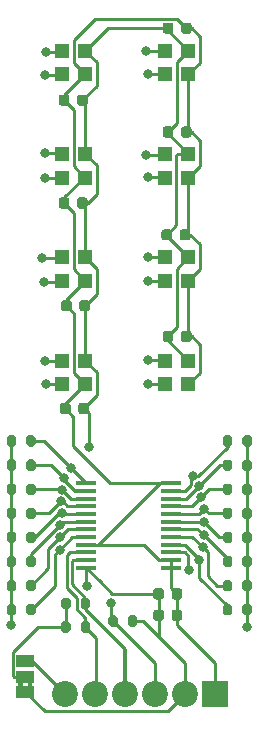
<source format=gtl>
%TF.GenerationSoftware,KiCad,Pcbnew,(5.1.12)-1*%
%TF.CreationDate,2022-08-18T11:36:15-07:00*%
%TF.ProjectId,HighPressureSensorArray,48696768-5072-4657-9373-75726553656e,rev?*%
%TF.SameCoordinates,Original*%
%TF.FileFunction,Copper,L1,Top*%
%TF.FilePolarity,Positive*%
%FSLAX46Y46*%
G04 Gerber Fmt 4.6, Leading zero omitted, Abs format (unit mm)*
G04 Created by KiCad (PCBNEW (5.1.12)-1) date 2022-08-18 11:36:15*
%MOMM*%
%LPD*%
G01*
G04 APERTURE LIST*
%TA.AperFunction,EtchedComponent*%
%ADD10C,0.100000*%
%TD*%
%TA.AperFunction,SMDPad,CuDef*%
%ADD11R,1.750000X0.450000*%
%TD*%
%TA.AperFunction,SMDPad,CuDef*%
%ADD12R,1.300000X1.300000*%
%TD*%
%TA.AperFunction,SMDPad,CuDef*%
%ADD13R,1.500000X1.000000*%
%TD*%
%TA.AperFunction,ComponentPad*%
%ADD14R,2.200000X2.200000*%
%TD*%
%TA.AperFunction,ComponentPad*%
%ADD15C,2.200000*%
%TD*%
%TA.AperFunction,ViaPad*%
%ADD16C,0.800000*%
%TD*%
%TA.AperFunction,Conductor*%
%ADD17C,0.250000*%
%TD*%
G04 APERTURE END LIST*
D10*
G36*
X120650000Y-93600000D02*
G01*
X120650000Y-93100000D01*
X121050000Y-93100000D01*
X121050000Y-93600000D01*
X120650000Y-93600000D01*
G37*
G36*
X121450000Y-93600000D02*
G01*
X121450000Y-93100000D01*
X121850000Y-93100000D01*
X121850000Y-93600000D01*
X121450000Y-93600000D01*
G37*
%TA.AperFunction,SMDPad,CuDef*%
G36*
G01*
X125625000Y-44150000D02*
X125625000Y-43650000D01*
G75*
G02*
X125850000Y-43425000I225000J0D01*
G01*
X126300000Y-43425000D01*
G75*
G02*
X126525000Y-43650000I0J-225000D01*
G01*
X126525000Y-44150000D01*
G75*
G02*
X126300000Y-44375000I-225000J0D01*
G01*
X125850000Y-44375000D01*
G75*
G02*
X125625000Y-44150000I0J225000D01*
G01*
G37*
%TD.AperFunction*%
%TA.AperFunction,SMDPad,CuDef*%
G36*
G01*
X124075000Y-44150000D02*
X124075000Y-43650000D01*
G75*
G02*
X124300000Y-43425000I225000J0D01*
G01*
X124750000Y-43425000D01*
G75*
G02*
X124975000Y-43650000I0J-225000D01*
G01*
X124975000Y-44150000D01*
G75*
G02*
X124750000Y-44375000I-225000J0D01*
G01*
X124300000Y-44375000D01*
G75*
G02*
X124075000Y-44150000I0J225000D01*
G01*
G37*
%TD.AperFunction*%
%TA.AperFunction,SMDPad,CuDef*%
G36*
G01*
X124075000Y-52850000D02*
X124075000Y-52350000D01*
G75*
G02*
X124300000Y-52125000I225000J0D01*
G01*
X124750000Y-52125000D01*
G75*
G02*
X124975000Y-52350000I0J-225000D01*
G01*
X124975000Y-52850000D01*
G75*
G02*
X124750000Y-53075000I-225000J0D01*
G01*
X124300000Y-53075000D01*
G75*
G02*
X124075000Y-52850000I0J225000D01*
G01*
G37*
%TD.AperFunction*%
%TA.AperFunction,SMDPad,CuDef*%
G36*
G01*
X125625000Y-52850000D02*
X125625000Y-52350000D01*
G75*
G02*
X125850000Y-52125000I225000J0D01*
G01*
X126300000Y-52125000D01*
G75*
G02*
X126525000Y-52350000I0J-225000D01*
G01*
X126525000Y-52850000D01*
G75*
G02*
X126300000Y-53075000I-225000J0D01*
G01*
X125850000Y-53075000D01*
G75*
G02*
X125625000Y-52850000I0J225000D01*
G01*
G37*
%TD.AperFunction*%
%TA.AperFunction,SMDPad,CuDef*%
G36*
G01*
X125825000Y-61550000D02*
X125825000Y-61050000D01*
G75*
G02*
X126050000Y-60825000I225000J0D01*
G01*
X126500000Y-60825000D01*
G75*
G02*
X126725000Y-61050000I0J-225000D01*
G01*
X126725000Y-61550000D01*
G75*
G02*
X126500000Y-61775000I-225000J0D01*
G01*
X126050000Y-61775000D01*
G75*
G02*
X125825000Y-61550000I0J225000D01*
G01*
G37*
%TD.AperFunction*%
%TA.AperFunction,SMDPad,CuDef*%
G36*
G01*
X124275000Y-61550000D02*
X124275000Y-61050000D01*
G75*
G02*
X124500000Y-60825000I225000J0D01*
G01*
X124950000Y-60825000D01*
G75*
G02*
X125175000Y-61050000I0J-225000D01*
G01*
X125175000Y-61550000D01*
G75*
G02*
X124950000Y-61775000I-225000J0D01*
G01*
X124500000Y-61775000D01*
G75*
G02*
X124275000Y-61550000I0J225000D01*
G01*
G37*
%TD.AperFunction*%
%TA.AperFunction,SMDPad,CuDef*%
G36*
G01*
X124175000Y-70250000D02*
X124175000Y-69750000D01*
G75*
G02*
X124400000Y-69525000I225000J0D01*
G01*
X124850000Y-69525000D01*
G75*
G02*
X125075000Y-69750000I0J-225000D01*
G01*
X125075000Y-70250000D01*
G75*
G02*
X124850000Y-70475000I-225000J0D01*
G01*
X124400000Y-70475000D01*
G75*
G02*
X124175000Y-70250000I0J225000D01*
G01*
G37*
%TD.AperFunction*%
%TA.AperFunction,SMDPad,CuDef*%
G36*
G01*
X125725000Y-70250000D02*
X125725000Y-69750000D01*
G75*
G02*
X125950000Y-69525000I225000J0D01*
G01*
X126400000Y-69525000D01*
G75*
G02*
X126625000Y-69750000I0J-225000D01*
G01*
X126625000Y-70250000D01*
G75*
G02*
X126400000Y-70475000I-225000J0D01*
G01*
X125950000Y-70475000D01*
G75*
G02*
X125725000Y-70250000I0J225000D01*
G01*
G37*
%TD.AperFunction*%
%TA.AperFunction,SMDPad,CuDef*%
G36*
G01*
X133775000Y-37550000D02*
X133775000Y-38050000D01*
G75*
G02*
X133550000Y-38275000I-225000J0D01*
G01*
X133100000Y-38275000D01*
G75*
G02*
X132875000Y-38050000I0J225000D01*
G01*
X132875000Y-37550000D01*
G75*
G02*
X133100000Y-37325000I225000J0D01*
G01*
X133550000Y-37325000D01*
G75*
G02*
X133775000Y-37550000I0J-225000D01*
G01*
G37*
%TD.AperFunction*%
%TA.AperFunction,SMDPad,CuDef*%
G36*
G01*
X135325000Y-37550000D02*
X135325000Y-38050000D01*
G75*
G02*
X135100000Y-38275000I-225000J0D01*
G01*
X134650000Y-38275000D01*
G75*
G02*
X134425000Y-38050000I0J225000D01*
G01*
X134425000Y-37550000D01*
G75*
G02*
X134650000Y-37325000I225000J0D01*
G01*
X135100000Y-37325000D01*
G75*
G02*
X135325000Y-37550000I0J-225000D01*
G01*
G37*
%TD.AperFunction*%
%TA.AperFunction,SMDPad,CuDef*%
G36*
G01*
X135325000Y-46350000D02*
X135325000Y-46850000D01*
G75*
G02*
X135100000Y-47075000I-225000J0D01*
G01*
X134650000Y-47075000D01*
G75*
G02*
X134425000Y-46850000I0J225000D01*
G01*
X134425000Y-46350000D01*
G75*
G02*
X134650000Y-46125000I225000J0D01*
G01*
X135100000Y-46125000D01*
G75*
G02*
X135325000Y-46350000I0J-225000D01*
G01*
G37*
%TD.AperFunction*%
%TA.AperFunction,SMDPad,CuDef*%
G36*
G01*
X133775000Y-46350000D02*
X133775000Y-46850000D01*
G75*
G02*
X133550000Y-47075000I-225000J0D01*
G01*
X133100000Y-47075000D01*
G75*
G02*
X132875000Y-46850000I0J225000D01*
G01*
X132875000Y-46350000D01*
G75*
G02*
X133100000Y-46125000I225000J0D01*
G01*
X133550000Y-46125000D01*
G75*
G02*
X133775000Y-46350000I0J-225000D01*
G01*
G37*
%TD.AperFunction*%
%TA.AperFunction,SMDPad,CuDef*%
G36*
G01*
X135225000Y-55050000D02*
X135225000Y-55550000D01*
G75*
G02*
X135000000Y-55775000I-225000J0D01*
G01*
X134550000Y-55775000D01*
G75*
G02*
X134325000Y-55550000I0J225000D01*
G01*
X134325000Y-55050000D01*
G75*
G02*
X134550000Y-54825000I225000J0D01*
G01*
X135000000Y-54825000D01*
G75*
G02*
X135225000Y-55050000I0J-225000D01*
G01*
G37*
%TD.AperFunction*%
%TA.AperFunction,SMDPad,CuDef*%
G36*
G01*
X133675000Y-55050000D02*
X133675000Y-55550000D01*
G75*
G02*
X133450000Y-55775000I-225000J0D01*
G01*
X133000000Y-55775000D01*
G75*
G02*
X132775000Y-55550000I0J225000D01*
G01*
X132775000Y-55050000D01*
G75*
G02*
X133000000Y-54825000I225000J0D01*
G01*
X133450000Y-54825000D01*
G75*
G02*
X133675000Y-55050000I0J-225000D01*
G01*
G37*
%TD.AperFunction*%
%TA.AperFunction,SMDPad,CuDef*%
G36*
G01*
X133775000Y-63650000D02*
X133775000Y-64150000D01*
G75*
G02*
X133550000Y-64375000I-225000J0D01*
G01*
X133100000Y-64375000D01*
G75*
G02*
X132875000Y-64150000I0J225000D01*
G01*
X132875000Y-63650000D01*
G75*
G02*
X133100000Y-63425000I225000J0D01*
G01*
X133550000Y-63425000D01*
G75*
G02*
X133775000Y-63650000I0J-225000D01*
G01*
G37*
%TD.AperFunction*%
%TA.AperFunction,SMDPad,CuDef*%
G36*
G01*
X135325000Y-63650000D02*
X135325000Y-64150000D01*
G75*
G02*
X135100000Y-64375000I-225000J0D01*
G01*
X134650000Y-64375000D01*
G75*
G02*
X134425000Y-64150000I0J225000D01*
G01*
X134425000Y-63650000D01*
G75*
G02*
X134650000Y-63425000I225000J0D01*
G01*
X135100000Y-63425000D01*
G75*
G02*
X135325000Y-63650000I0J-225000D01*
G01*
G37*
%TD.AperFunction*%
%TA.AperFunction,SMDPad,CuDef*%
G36*
G01*
X132075000Y-85950000D02*
X132075000Y-85450000D01*
G75*
G02*
X132300000Y-85225000I225000J0D01*
G01*
X132750000Y-85225000D01*
G75*
G02*
X132975000Y-85450000I0J-225000D01*
G01*
X132975000Y-85950000D01*
G75*
G02*
X132750000Y-86175000I-225000J0D01*
G01*
X132300000Y-86175000D01*
G75*
G02*
X132075000Y-85950000I0J225000D01*
G01*
G37*
%TD.AperFunction*%
%TA.AperFunction,SMDPad,CuDef*%
G36*
G01*
X133625000Y-85950000D02*
X133625000Y-85450000D01*
G75*
G02*
X133850000Y-85225000I225000J0D01*
G01*
X134300000Y-85225000D01*
G75*
G02*
X134525000Y-85450000I0J-225000D01*
G01*
X134525000Y-85950000D01*
G75*
G02*
X134300000Y-86175000I-225000J0D01*
G01*
X133850000Y-86175000D01*
G75*
G02*
X133625000Y-85950000I0J225000D01*
G01*
G37*
%TD.AperFunction*%
%TA.AperFunction,SMDPad,CuDef*%
G36*
G01*
X133625000Y-87750000D02*
X133625000Y-87250000D01*
G75*
G02*
X133850000Y-87025000I225000J0D01*
G01*
X134300000Y-87025000D01*
G75*
G02*
X134525000Y-87250000I0J-225000D01*
G01*
X134525000Y-87750000D01*
G75*
G02*
X134300000Y-87975000I-225000J0D01*
G01*
X133850000Y-87975000D01*
G75*
G02*
X133625000Y-87750000I0J225000D01*
G01*
G37*
%TD.AperFunction*%
%TA.AperFunction,SMDPad,CuDef*%
G36*
G01*
X132075000Y-87750000D02*
X132075000Y-87250000D01*
G75*
G02*
X132300000Y-87025000I225000J0D01*
G01*
X132750000Y-87025000D01*
G75*
G02*
X132975000Y-87250000I0J-225000D01*
G01*
X132975000Y-87750000D01*
G75*
G02*
X132750000Y-87975000I-225000J0D01*
G01*
X132300000Y-87975000D01*
G75*
G02*
X132075000Y-87750000I0J225000D01*
G01*
G37*
%TD.AperFunction*%
%TA.AperFunction,SMDPad,CuDef*%
G36*
G01*
X138775000Y-74522958D02*
X138775000Y-75072958D01*
G75*
G02*
X138575000Y-75272958I-200000J0D01*
G01*
X138175000Y-75272958D01*
G75*
G02*
X137975000Y-75072958I0J200000D01*
G01*
X137975000Y-74522958D01*
G75*
G02*
X138175000Y-74322958I200000J0D01*
G01*
X138575000Y-74322958D01*
G75*
G02*
X138775000Y-74522958I0J-200000D01*
G01*
G37*
%TD.AperFunction*%
%TA.AperFunction,SMDPad,CuDef*%
G36*
G01*
X140425000Y-74522958D02*
X140425000Y-75072958D01*
G75*
G02*
X140225000Y-75272958I-200000J0D01*
G01*
X139825000Y-75272958D01*
G75*
G02*
X139625000Y-75072958I0J200000D01*
G01*
X139625000Y-74522958D01*
G75*
G02*
X139825000Y-74322958I200000J0D01*
G01*
X140225000Y-74322958D01*
G75*
G02*
X140425000Y-74522958I0J-200000D01*
G01*
G37*
%TD.AperFunction*%
%TA.AperFunction,SMDPad,CuDef*%
G36*
G01*
X140425000Y-72482142D02*
X140425000Y-73032142D01*
G75*
G02*
X140225000Y-73232142I-200000J0D01*
G01*
X139825000Y-73232142D01*
G75*
G02*
X139625000Y-73032142I0J200000D01*
G01*
X139625000Y-72482142D01*
G75*
G02*
X139825000Y-72282142I200000J0D01*
G01*
X140225000Y-72282142D01*
G75*
G02*
X140425000Y-72482142I0J-200000D01*
G01*
G37*
%TD.AperFunction*%
%TA.AperFunction,SMDPad,CuDef*%
G36*
G01*
X138775000Y-72482142D02*
X138775000Y-73032142D01*
G75*
G02*
X138575000Y-73232142I-200000J0D01*
G01*
X138175000Y-73232142D01*
G75*
G02*
X137975000Y-73032142I0J200000D01*
G01*
X137975000Y-72482142D01*
G75*
G02*
X138175000Y-72282142I200000J0D01*
G01*
X138575000Y-72282142D01*
G75*
G02*
X138775000Y-72482142I0J-200000D01*
G01*
G37*
%TD.AperFunction*%
%TA.AperFunction,SMDPad,CuDef*%
G36*
G01*
X140425000Y-78604590D02*
X140425000Y-79154590D01*
G75*
G02*
X140225000Y-79354590I-200000J0D01*
G01*
X139825000Y-79354590D01*
G75*
G02*
X139625000Y-79154590I0J200000D01*
G01*
X139625000Y-78604590D01*
G75*
G02*
X139825000Y-78404590I200000J0D01*
G01*
X140225000Y-78404590D01*
G75*
G02*
X140425000Y-78604590I0J-200000D01*
G01*
G37*
%TD.AperFunction*%
%TA.AperFunction,SMDPad,CuDef*%
G36*
G01*
X138775000Y-78604590D02*
X138775000Y-79154590D01*
G75*
G02*
X138575000Y-79354590I-200000J0D01*
G01*
X138175000Y-79354590D01*
G75*
G02*
X137975000Y-79154590I0J200000D01*
G01*
X137975000Y-78604590D01*
G75*
G02*
X138175000Y-78404590I200000J0D01*
G01*
X138575000Y-78404590D01*
G75*
G02*
X138775000Y-78604590I0J-200000D01*
G01*
G37*
%TD.AperFunction*%
%TA.AperFunction,SMDPad,CuDef*%
G36*
G01*
X138775000Y-76563774D02*
X138775000Y-77113774D01*
G75*
G02*
X138575000Y-77313774I-200000J0D01*
G01*
X138175000Y-77313774D01*
G75*
G02*
X137975000Y-77113774I0J200000D01*
G01*
X137975000Y-76563774D01*
G75*
G02*
X138175000Y-76363774I200000J0D01*
G01*
X138575000Y-76363774D01*
G75*
G02*
X138775000Y-76563774I0J-200000D01*
G01*
G37*
%TD.AperFunction*%
%TA.AperFunction,SMDPad,CuDef*%
G36*
G01*
X140425000Y-76563774D02*
X140425000Y-77113774D01*
G75*
G02*
X140225000Y-77313774I-200000J0D01*
G01*
X139825000Y-77313774D01*
G75*
G02*
X139625000Y-77113774I0J200000D01*
G01*
X139625000Y-76563774D01*
G75*
G02*
X139825000Y-76363774I200000J0D01*
G01*
X140225000Y-76363774D01*
G75*
G02*
X140425000Y-76563774I0J-200000D01*
G01*
G37*
%TD.AperFunction*%
%TA.AperFunction,SMDPad,CuDef*%
G36*
G01*
X138775000Y-82686222D02*
X138775000Y-83236222D01*
G75*
G02*
X138575000Y-83436222I-200000J0D01*
G01*
X138175000Y-83436222D01*
G75*
G02*
X137975000Y-83236222I0J200000D01*
G01*
X137975000Y-82686222D01*
G75*
G02*
X138175000Y-82486222I200000J0D01*
G01*
X138575000Y-82486222D01*
G75*
G02*
X138775000Y-82686222I0J-200000D01*
G01*
G37*
%TD.AperFunction*%
%TA.AperFunction,SMDPad,CuDef*%
G36*
G01*
X140425000Y-82686222D02*
X140425000Y-83236222D01*
G75*
G02*
X140225000Y-83436222I-200000J0D01*
G01*
X139825000Y-83436222D01*
G75*
G02*
X139625000Y-83236222I0J200000D01*
G01*
X139625000Y-82686222D01*
G75*
G02*
X139825000Y-82486222I200000J0D01*
G01*
X140225000Y-82486222D01*
G75*
G02*
X140425000Y-82686222I0J-200000D01*
G01*
G37*
%TD.AperFunction*%
%TA.AperFunction,SMDPad,CuDef*%
G36*
G01*
X140425000Y-80645406D02*
X140425000Y-81195406D01*
G75*
G02*
X140225000Y-81395406I-200000J0D01*
G01*
X139825000Y-81395406D01*
G75*
G02*
X139625000Y-81195406I0J200000D01*
G01*
X139625000Y-80645406D01*
G75*
G02*
X139825000Y-80445406I200000J0D01*
G01*
X140225000Y-80445406D01*
G75*
G02*
X140425000Y-80645406I0J-200000D01*
G01*
G37*
%TD.AperFunction*%
%TA.AperFunction,SMDPad,CuDef*%
G36*
G01*
X138775000Y-80645406D02*
X138775000Y-81195406D01*
G75*
G02*
X138575000Y-81395406I-200000J0D01*
G01*
X138175000Y-81395406D01*
G75*
G02*
X137975000Y-81195406I0J200000D01*
G01*
X137975000Y-80645406D01*
G75*
G02*
X138175000Y-80445406I200000J0D01*
G01*
X138575000Y-80445406D01*
G75*
G02*
X138775000Y-80645406I0J-200000D01*
G01*
G37*
%TD.AperFunction*%
%TA.AperFunction,SMDPad,CuDef*%
G36*
G01*
X140425000Y-86767857D02*
X140425000Y-87317857D01*
G75*
G02*
X140225000Y-87517857I-200000J0D01*
G01*
X139825000Y-87517857D01*
G75*
G02*
X139625000Y-87317857I0J200000D01*
G01*
X139625000Y-86767857D01*
G75*
G02*
X139825000Y-86567857I200000J0D01*
G01*
X140225000Y-86567857D01*
G75*
G02*
X140425000Y-86767857I0J-200000D01*
G01*
G37*
%TD.AperFunction*%
%TA.AperFunction,SMDPad,CuDef*%
G36*
G01*
X138775000Y-86767857D02*
X138775000Y-87317857D01*
G75*
G02*
X138575000Y-87517857I-200000J0D01*
G01*
X138175000Y-87517857D01*
G75*
G02*
X137975000Y-87317857I0J200000D01*
G01*
X137975000Y-86767857D01*
G75*
G02*
X138175000Y-86567857I200000J0D01*
G01*
X138575000Y-86567857D01*
G75*
G02*
X138775000Y-86767857I0J-200000D01*
G01*
G37*
%TD.AperFunction*%
%TA.AperFunction,SMDPad,CuDef*%
G36*
G01*
X138775000Y-84727038D02*
X138775000Y-85277038D01*
G75*
G02*
X138575000Y-85477038I-200000J0D01*
G01*
X138175000Y-85477038D01*
G75*
G02*
X137975000Y-85277038I0J200000D01*
G01*
X137975000Y-84727038D01*
G75*
G02*
X138175000Y-84527038I200000J0D01*
G01*
X138575000Y-84527038D01*
G75*
G02*
X138775000Y-84727038I0J-200000D01*
G01*
G37*
%TD.AperFunction*%
%TA.AperFunction,SMDPad,CuDef*%
G36*
G01*
X140425000Y-84727038D02*
X140425000Y-85277038D01*
G75*
G02*
X140225000Y-85477038I-200000J0D01*
G01*
X139825000Y-85477038D01*
G75*
G02*
X139625000Y-85277038I0J200000D01*
G01*
X139625000Y-84727038D01*
G75*
G02*
X139825000Y-84527038I200000J0D01*
G01*
X140225000Y-84527038D01*
G75*
G02*
X140425000Y-84727038I0J-200000D01*
G01*
G37*
%TD.AperFunction*%
%TA.AperFunction,SMDPad,CuDef*%
G36*
G01*
X119675000Y-85276016D02*
X119675000Y-84726016D01*
G75*
G02*
X119875000Y-84526016I200000J0D01*
G01*
X120275000Y-84526016D01*
G75*
G02*
X120475000Y-84726016I0J-200000D01*
G01*
X120475000Y-85276016D01*
G75*
G02*
X120275000Y-85476016I-200000J0D01*
G01*
X119875000Y-85476016D01*
G75*
G02*
X119675000Y-85276016I0J200000D01*
G01*
G37*
%TD.AperFunction*%
%TA.AperFunction,SMDPad,CuDef*%
G36*
G01*
X121325000Y-85276016D02*
X121325000Y-84726016D01*
G75*
G02*
X121525000Y-84526016I200000J0D01*
G01*
X121925000Y-84526016D01*
G75*
G02*
X122125000Y-84726016I0J-200000D01*
G01*
X122125000Y-85276016D01*
G75*
G02*
X121925000Y-85476016I-200000J0D01*
G01*
X121525000Y-85476016D01*
G75*
G02*
X121325000Y-85276016I0J200000D01*
G01*
G37*
%TD.AperFunction*%
%TA.AperFunction,SMDPad,CuDef*%
G36*
G01*
X119675000Y-87317857D02*
X119675000Y-86767857D01*
G75*
G02*
X119875000Y-86567857I200000J0D01*
G01*
X120275000Y-86567857D01*
G75*
G02*
X120475000Y-86767857I0J-200000D01*
G01*
X120475000Y-87317857D01*
G75*
G02*
X120275000Y-87517857I-200000J0D01*
G01*
X119875000Y-87517857D01*
G75*
G02*
X119675000Y-87317857I0J200000D01*
G01*
G37*
%TD.AperFunction*%
%TA.AperFunction,SMDPad,CuDef*%
G36*
G01*
X121325000Y-87317857D02*
X121325000Y-86767857D01*
G75*
G02*
X121525000Y-86567857I200000J0D01*
G01*
X121925000Y-86567857D01*
G75*
G02*
X122125000Y-86767857I0J-200000D01*
G01*
X122125000Y-87317857D01*
G75*
G02*
X121925000Y-87517857I-200000J0D01*
G01*
X121525000Y-87517857D01*
G75*
G02*
X121325000Y-87317857I0J200000D01*
G01*
G37*
%TD.AperFunction*%
%TA.AperFunction,SMDPad,CuDef*%
G36*
G01*
X119675000Y-81192344D02*
X119675000Y-80642344D01*
G75*
G02*
X119875000Y-80442344I200000J0D01*
G01*
X120275000Y-80442344D01*
G75*
G02*
X120475000Y-80642344I0J-200000D01*
G01*
X120475000Y-81192344D01*
G75*
G02*
X120275000Y-81392344I-200000J0D01*
G01*
X119875000Y-81392344D01*
G75*
G02*
X119675000Y-81192344I0J200000D01*
G01*
G37*
%TD.AperFunction*%
%TA.AperFunction,SMDPad,CuDef*%
G36*
G01*
X121325000Y-81192344D02*
X121325000Y-80642344D01*
G75*
G02*
X121525000Y-80442344I200000J0D01*
G01*
X121925000Y-80442344D01*
G75*
G02*
X122125000Y-80642344I0J-200000D01*
G01*
X122125000Y-81192344D01*
G75*
G02*
X121925000Y-81392344I-200000J0D01*
G01*
X121525000Y-81392344D01*
G75*
G02*
X121325000Y-81192344I0J200000D01*
G01*
G37*
%TD.AperFunction*%
%TA.AperFunction,SMDPad,CuDef*%
G36*
G01*
X121325000Y-83234180D02*
X121325000Y-82684180D01*
G75*
G02*
X121525000Y-82484180I200000J0D01*
G01*
X121925000Y-82484180D01*
G75*
G02*
X122125000Y-82684180I0J-200000D01*
G01*
X122125000Y-83234180D01*
G75*
G02*
X121925000Y-83434180I-200000J0D01*
G01*
X121525000Y-83434180D01*
G75*
G02*
X121325000Y-83234180I0J200000D01*
G01*
G37*
%TD.AperFunction*%
%TA.AperFunction,SMDPad,CuDef*%
G36*
G01*
X119675000Y-83234180D02*
X119675000Y-82684180D01*
G75*
G02*
X119875000Y-82484180I200000J0D01*
G01*
X120275000Y-82484180D01*
G75*
G02*
X120475000Y-82684180I0J-200000D01*
G01*
X120475000Y-83234180D01*
G75*
G02*
X120275000Y-83434180I-200000J0D01*
G01*
X119875000Y-83434180D01*
G75*
G02*
X119675000Y-83234180I0J200000D01*
G01*
G37*
%TD.AperFunction*%
%TA.AperFunction,SMDPad,CuDef*%
G36*
G01*
X119675000Y-77108672D02*
X119675000Y-76558672D01*
G75*
G02*
X119875000Y-76358672I200000J0D01*
G01*
X120275000Y-76358672D01*
G75*
G02*
X120475000Y-76558672I0J-200000D01*
G01*
X120475000Y-77108672D01*
G75*
G02*
X120275000Y-77308672I-200000J0D01*
G01*
X119875000Y-77308672D01*
G75*
G02*
X119675000Y-77108672I0J200000D01*
G01*
G37*
%TD.AperFunction*%
%TA.AperFunction,SMDPad,CuDef*%
G36*
G01*
X121325000Y-77108672D02*
X121325000Y-76558672D01*
G75*
G02*
X121525000Y-76358672I200000J0D01*
G01*
X121925000Y-76358672D01*
G75*
G02*
X122125000Y-76558672I0J-200000D01*
G01*
X122125000Y-77108672D01*
G75*
G02*
X121925000Y-77308672I-200000J0D01*
G01*
X121525000Y-77308672D01*
G75*
G02*
X121325000Y-77108672I0J200000D01*
G01*
G37*
%TD.AperFunction*%
%TA.AperFunction,SMDPad,CuDef*%
G36*
G01*
X121325000Y-79150508D02*
X121325000Y-78600508D01*
G75*
G02*
X121525000Y-78400508I200000J0D01*
G01*
X121925000Y-78400508D01*
G75*
G02*
X122125000Y-78600508I0J-200000D01*
G01*
X122125000Y-79150508D01*
G75*
G02*
X121925000Y-79350508I-200000J0D01*
G01*
X121525000Y-79350508D01*
G75*
G02*
X121325000Y-79150508I0J200000D01*
G01*
G37*
%TD.AperFunction*%
%TA.AperFunction,SMDPad,CuDef*%
G36*
G01*
X119675000Y-79150508D02*
X119675000Y-78600508D01*
G75*
G02*
X119875000Y-78400508I200000J0D01*
G01*
X120275000Y-78400508D01*
G75*
G02*
X120475000Y-78600508I0J-200000D01*
G01*
X120475000Y-79150508D01*
G75*
G02*
X120275000Y-79350508I-200000J0D01*
G01*
X119875000Y-79350508D01*
G75*
G02*
X119675000Y-79150508I0J200000D01*
G01*
G37*
%TD.AperFunction*%
%TA.AperFunction,SMDPad,CuDef*%
G36*
G01*
X119675000Y-73025000D02*
X119675000Y-72475000D01*
G75*
G02*
X119875000Y-72275000I200000J0D01*
G01*
X120275000Y-72275000D01*
G75*
G02*
X120475000Y-72475000I0J-200000D01*
G01*
X120475000Y-73025000D01*
G75*
G02*
X120275000Y-73225000I-200000J0D01*
G01*
X119875000Y-73225000D01*
G75*
G02*
X119675000Y-73025000I0J200000D01*
G01*
G37*
%TD.AperFunction*%
%TA.AperFunction,SMDPad,CuDef*%
G36*
G01*
X121325000Y-73025000D02*
X121325000Y-72475000D01*
G75*
G02*
X121525000Y-72275000I200000J0D01*
G01*
X121925000Y-72275000D01*
G75*
G02*
X122125000Y-72475000I0J-200000D01*
G01*
X122125000Y-73025000D01*
G75*
G02*
X121925000Y-73225000I-200000J0D01*
G01*
X121525000Y-73225000D01*
G75*
G02*
X121325000Y-73025000I0J200000D01*
G01*
G37*
%TD.AperFunction*%
%TA.AperFunction,SMDPad,CuDef*%
G36*
G01*
X121325000Y-75066836D02*
X121325000Y-74516836D01*
G75*
G02*
X121525000Y-74316836I200000J0D01*
G01*
X121925000Y-74316836D01*
G75*
G02*
X122125000Y-74516836I0J-200000D01*
G01*
X122125000Y-75066836D01*
G75*
G02*
X121925000Y-75266836I-200000J0D01*
G01*
X121525000Y-75266836D01*
G75*
G02*
X121325000Y-75066836I0J200000D01*
G01*
G37*
%TD.AperFunction*%
%TA.AperFunction,SMDPad,CuDef*%
G36*
G01*
X119675000Y-75066836D02*
X119675000Y-74516836D01*
G75*
G02*
X119875000Y-74316836I200000J0D01*
G01*
X120275000Y-74316836D01*
G75*
G02*
X120475000Y-74516836I0J-200000D01*
G01*
X120475000Y-75066836D01*
G75*
G02*
X120275000Y-75266836I-200000J0D01*
G01*
X119875000Y-75266836D01*
G75*
G02*
X119675000Y-75066836I0J200000D01*
G01*
G37*
%TD.AperFunction*%
%TA.AperFunction,SMDPad,CuDef*%
G36*
G01*
X126725000Y-88225000D02*
X126725000Y-88775000D01*
G75*
G02*
X126525000Y-88975000I-200000J0D01*
G01*
X126125000Y-88975000D01*
G75*
G02*
X125925000Y-88775000I0J200000D01*
G01*
X125925000Y-88225000D01*
G75*
G02*
X126125000Y-88025000I200000J0D01*
G01*
X126525000Y-88025000D01*
G75*
G02*
X126725000Y-88225000I0J-200000D01*
G01*
G37*
%TD.AperFunction*%
%TA.AperFunction,SMDPad,CuDef*%
G36*
G01*
X125075000Y-88225000D02*
X125075000Y-88775000D01*
G75*
G02*
X124875000Y-88975000I-200000J0D01*
G01*
X124475000Y-88975000D01*
G75*
G02*
X124275000Y-88775000I0J200000D01*
G01*
X124275000Y-88225000D01*
G75*
G02*
X124475000Y-88025000I200000J0D01*
G01*
X124875000Y-88025000D01*
G75*
G02*
X125075000Y-88225000I0J-200000D01*
G01*
G37*
%TD.AperFunction*%
%TA.AperFunction,SMDPad,CuDef*%
G36*
G01*
X125075000Y-86225000D02*
X125075000Y-86775000D01*
G75*
G02*
X124875000Y-86975000I-200000J0D01*
G01*
X124475000Y-86975000D01*
G75*
G02*
X124275000Y-86775000I0J200000D01*
G01*
X124275000Y-86225000D01*
G75*
G02*
X124475000Y-86025000I200000J0D01*
G01*
X124875000Y-86025000D01*
G75*
G02*
X125075000Y-86225000I0J-200000D01*
G01*
G37*
%TD.AperFunction*%
%TA.AperFunction,SMDPad,CuDef*%
G36*
G01*
X126725000Y-86225000D02*
X126725000Y-86775000D01*
G75*
G02*
X126525000Y-86975000I-200000J0D01*
G01*
X126125000Y-86975000D01*
G75*
G02*
X125925000Y-86775000I0J200000D01*
G01*
X125925000Y-86225000D01*
G75*
G02*
X126125000Y-86025000I200000J0D01*
G01*
X126525000Y-86025000D01*
G75*
G02*
X126725000Y-86225000I0J-200000D01*
G01*
G37*
%TD.AperFunction*%
%TA.AperFunction,SMDPad,CuDef*%
G36*
G01*
X129075000Y-87725000D02*
X129075000Y-88275000D01*
G75*
G02*
X128875000Y-88475000I-200000J0D01*
G01*
X128475000Y-88475000D01*
G75*
G02*
X128275000Y-88275000I0J200000D01*
G01*
X128275000Y-87725000D01*
G75*
G02*
X128475000Y-87525000I200000J0D01*
G01*
X128875000Y-87525000D01*
G75*
G02*
X129075000Y-87725000I0J-200000D01*
G01*
G37*
%TD.AperFunction*%
%TA.AperFunction,SMDPad,CuDef*%
G36*
G01*
X130725000Y-87725000D02*
X130725000Y-88275000D01*
G75*
G02*
X130525000Y-88475000I-200000J0D01*
G01*
X130125000Y-88475000D01*
G75*
G02*
X129925000Y-88275000I0J200000D01*
G01*
X129925000Y-87725000D01*
G75*
G02*
X130125000Y-87525000I200000J0D01*
G01*
X130525000Y-87525000D01*
G75*
G02*
X130725000Y-87725000I0J-200000D01*
G01*
G37*
%TD.AperFunction*%
D11*
X133600000Y-83475000D03*
X133600000Y-82825000D03*
X133600000Y-82175000D03*
X133600000Y-81525000D03*
X133600000Y-80875000D03*
X133600000Y-80225000D03*
X133600000Y-79575000D03*
X133600000Y-78925000D03*
X133600000Y-78275000D03*
X133600000Y-77625000D03*
X133600000Y-76975000D03*
X133600000Y-76325000D03*
X126400000Y-76325000D03*
X126400000Y-76975000D03*
X126400000Y-77625000D03*
X126400000Y-78275000D03*
X126400000Y-78925000D03*
X126400000Y-79575000D03*
X126400000Y-80225000D03*
X126400000Y-80875000D03*
X126400000Y-81525000D03*
X126400000Y-82175000D03*
X126400000Y-82825000D03*
X126400000Y-83475000D03*
D12*
X135062600Y-65950400D03*
X135062600Y-67950400D03*
X133062600Y-65950400D03*
X133062600Y-67950400D03*
X135062600Y-57200400D03*
X135062600Y-59200400D03*
X133062600Y-57200400D03*
X133062600Y-59200400D03*
X135062600Y-48450400D03*
X135062600Y-50450400D03*
X133062600Y-48450400D03*
X133062600Y-50450400D03*
X133062600Y-41700400D03*
X133062600Y-39700400D03*
X135062600Y-41700400D03*
X135062600Y-39700400D03*
X124312600Y-41700400D03*
X124312600Y-39700400D03*
X126312600Y-41700400D03*
X126312600Y-39700400D03*
X126312600Y-48450400D03*
X126312600Y-50450400D03*
X124312600Y-48450400D03*
X124312600Y-50450400D03*
X124312600Y-59200400D03*
X124312600Y-57200400D03*
X126312600Y-59200400D03*
X126312600Y-57200400D03*
X124312600Y-67950400D03*
X124312600Y-65950400D03*
X126312600Y-67950400D03*
X126312600Y-65950400D03*
D13*
X121250000Y-94000000D03*
X121250000Y-91400000D03*
X121250000Y-92700000D03*
D14*
X137300000Y-94200000D03*
D15*
X134760000Y-94200000D03*
X132220000Y-94200000D03*
X129680000Y-94200000D03*
X127140000Y-94200000D03*
X124600000Y-94200000D03*
D16*
X135075014Y-83690823D03*
X128500000Y-86500000D03*
X140025000Y-88475000D03*
X126500000Y-84999992D03*
X120075000Y-88325000D03*
X126600000Y-73300000D03*
X135957465Y-76531326D03*
X131607115Y-67907115D03*
X135404961Y-75697802D03*
X131600000Y-65900000D03*
X136366985Y-78488605D03*
X131599998Y-59200000D03*
X136143606Y-77513861D03*
X131600000Y-57200000D03*
X136335351Y-80736365D03*
X131600000Y-50400000D03*
X136336190Y-79586190D03*
X131500000Y-48500000D03*
X135957015Y-82847552D03*
X131600004Y-41700000D03*
X136249994Y-81750000D03*
X131500000Y-39700000D03*
X124192304Y-80895655D03*
X122899996Y-41800000D03*
X124171929Y-81941350D03*
X123000000Y-39800000D03*
X124356250Y-78855314D03*
X122900000Y-50500000D03*
X124217049Y-79845590D03*
X122900000Y-48400000D03*
X124334858Y-76867717D03*
X122800000Y-59299998D03*
X124234774Y-77862708D03*
X122700000Y-57300000D03*
X125122606Y-75066477D03*
X123000000Y-67900000D03*
X124560360Y-75893462D03*
X122900000Y-66000000D03*
D17*
X135024999Y-83640808D02*
X135075014Y-83690823D01*
X134725000Y-82175000D02*
X135024999Y-82474999D01*
X133600000Y-82175000D02*
X134725000Y-82175000D01*
X135024999Y-82474999D02*
X135024999Y-83640808D01*
X128500000Y-87825000D02*
X128675000Y-88000000D01*
X128500000Y-86500000D02*
X128500000Y-87825000D01*
X132220000Y-91550000D02*
X132220000Y-94200000D01*
X128675000Y-88005000D02*
X132220000Y-91550000D01*
X128675000Y-88000000D02*
X128675000Y-88005000D01*
X130275000Y-85700000D02*
X132525000Y-85700000D01*
X132525000Y-85700000D02*
X132525000Y-87500000D01*
X132525000Y-85700000D02*
X128625000Y-85700000D01*
X127562500Y-84637500D02*
X126400000Y-83475000D01*
X128625000Y-85700000D02*
X127562500Y-84637500D01*
X140000000Y-72714285D02*
X140000000Y-87000000D01*
X140025000Y-87042857D02*
X140025000Y-88475000D01*
X140025000Y-88475000D02*
X140025000Y-88475000D01*
X120075000Y-72750000D02*
X120075000Y-87042857D01*
X126400000Y-84899992D02*
X126500000Y-84999992D01*
X126400000Y-83475000D02*
X126400000Y-84899992D01*
X120075000Y-87042857D02*
X120075000Y-88325000D01*
X120075000Y-88325000D02*
X120075000Y-88325000D01*
X130325000Y-88000000D02*
X130325000Y-88191410D01*
X130325000Y-88000000D02*
X131210000Y-88000000D01*
X132525000Y-89225000D02*
X132480000Y-89270000D01*
X132525000Y-87500000D02*
X132525000Y-89225000D01*
X131210000Y-88000000D02*
X132480000Y-89270000D01*
X133334999Y-95625001D02*
X134760000Y-94200000D01*
X122875001Y-95625001D02*
X133334999Y-95625001D01*
X121250000Y-94000000D02*
X122875001Y-95625001D01*
X132480000Y-89270000D02*
X134760000Y-91550000D01*
X134760000Y-91550000D02*
X134760000Y-94200000D01*
X126600000Y-70425000D02*
X126175000Y-70000000D01*
X126600000Y-73300000D02*
X126600000Y-70425000D01*
X127287601Y-66925401D02*
X126312600Y-65950400D01*
X127287601Y-68887399D02*
X127287601Y-66925401D01*
X126175000Y-70000000D02*
X127287601Y-68887399D01*
X126312600Y-61337600D02*
X126275000Y-61300000D01*
X126312600Y-65950400D02*
X126312600Y-61337600D01*
X127287601Y-58175401D02*
X126312600Y-57200400D01*
X127287601Y-60287399D02*
X127287601Y-58175401D01*
X126275000Y-61300000D02*
X127287601Y-60287399D01*
X126312600Y-52837600D02*
X126075000Y-52600000D01*
X126312600Y-57200400D02*
X126312600Y-52837600D01*
X127287601Y-49425401D02*
X126312600Y-48450400D01*
X127287601Y-51837399D02*
X127287601Y-49425401D01*
X126525000Y-52600000D02*
X127287601Y-51837399D01*
X126075000Y-52600000D02*
X126525000Y-52600000D01*
X126312600Y-44137600D02*
X126075000Y-43900000D01*
X126312600Y-48450400D02*
X126312600Y-44137600D01*
X127287601Y-40675401D02*
X126312600Y-39700400D01*
X127287601Y-42687399D02*
X127287601Y-40675401D01*
X126075000Y-43900000D02*
X127287601Y-42687399D01*
X128213000Y-37800000D02*
X133325000Y-37800000D01*
X126312600Y-39700400D02*
X128213000Y-37800000D01*
X133325000Y-37962800D02*
X135062600Y-39700400D01*
X133325000Y-37800000D02*
X133325000Y-37962800D01*
X134087599Y-45837401D02*
X133325000Y-46600000D01*
X134087599Y-40675401D02*
X134087599Y-45837401D01*
X135062600Y-39700400D02*
X134087599Y-40675401D01*
X133325000Y-46712800D02*
X135062600Y-48450400D01*
X133325000Y-46600000D02*
X133325000Y-46712800D01*
X134037601Y-54487399D02*
X133225000Y-55300000D01*
X134037601Y-48575399D02*
X134037601Y-54487399D01*
X134162600Y-48450400D02*
X134037601Y-48575399D01*
X135062600Y-48450400D02*
X134162600Y-48450400D01*
X133225000Y-55362800D02*
X135062600Y-57200400D01*
X133225000Y-55300000D02*
X133225000Y-55362800D01*
X134087599Y-63137401D02*
X133325000Y-63900000D01*
X134087599Y-58175401D02*
X134087599Y-63137401D01*
X135062600Y-57200400D02*
X134087599Y-58175401D01*
X133325000Y-64212800D02*
X135062600Y-65950400D01*
X133325000Y-63900000D02*
X133325000Y-64212800D01*
X133600000Y-82825000D02*
X133600000Y-83475000D01*
X133600000Y-85225000D02*
X134075000Y-85700000D01*
X133600000Y-83475000D02*
X133600000Y-85225000D01*
X134075000Y-85700000D02*
X134075000Y-87500000D01*
X127435002Y-81525000D02*
X126400000Y-81525000D01*
X132635002Y-76325000D02*
X127435002Y-81525000D01*
X133600000Y-76325000D02*
X132635002Y-76325000D01*
X132564998Y-82825000D02*
X133600000Y-82825000D01*
X131264998Y-81525000D02*
X132564998Y-82825000D01*
X126400000Y-81525000D02*
X131264998Y-81525000D01*
X128451997Y-76325000D02*
X133600000Y-76325000D01*
X125325000Y-73198003D02*
X128451997Y-76325000D01*
X137300000Y-91550000D02*
X137300000Y-94200000D01*
X134075000Y-88325000D02*
X137300000Y-91550000D01*
X134075000Y-87500000D02*
X134075000Y-88325000D01*
X125325000Y-70700000D02*
X124625000Y-70000000D01*
X125325000Y-73198003D02*
X125325000Y-70700000D01*
X124625000Y-69638000D02*
X126312600Y-67950400D01*
X124625000Y-70000000D02*
X124625000Y-69638000D01*
X125337599Y-61912599D02*
X124725000Y-61300000D01*
X125337599Y-66975399D02*
X125337599Y-61912599D01*
X126312600Y-67950400D02*
X125337599Y-66975399D01*
X124725000Y-60788000D02*
X126312600Y-59200400D01*
X124725000Y-61300000D02*
X124725000Y-60788000D01*
X125337599Y-53412599D02*
X124525000Y-52600000D01*
X125337599Y-58225399D02*
X125337599Y-53412599D01*
X126312600Y-59200400D02*
X125337599Y-58225399D01*
X126199600Y-50450400D02*
X126312600Y-50450400D01*
X124525000Y-52125000D02*
X126199600Y-50450400D01*
X124525000Y-52600000D02*
X124525000Y-52125000D01*
X124525000Y-43488000D02*
X126312600Y-41700400D01*
X124525000Y-43900000D02*
X124525000Y-43488000D01*
X125337599Y-44712599D02*
X124525000Y-43900000D01*
X125337599Y-49475399D02*
X125337599Y-44712599D01*
X126312600Y-50450400D02*
X125337599Y-49475399D01*
X134074990Y-36999990D02*
X134875000Y-37800000D01*
X127128008Y-36999990D02*
X134074990Y-36999990D01*
X125337599Y-38790399D02*
X127128008Y-36999990D01*
X125337599Y-40725399D02*
X125337599Y-38790399D01*
X126312600Y-41700400D02*
X125337599Y-40725399D01*
X136037601Y-40725399D02*
X135062600Y-41700400D01*
X136037601Y-38512601D02*
X136037601Y-40725399D01*
X135325000Y-37800000D02*
X136037601Y-38512601D01*
X134875000Y-37800000D02*
X135325000Y-37800000D01*
X135062600Y-46412400D02*
X134875000Y-46600000D01*
X135062600Y-41700400D02*
X135062600Y-46412400D01*
X136037601Y-49475399D02*
X135062600Y-50450400D01*
X136037601Y-47312601D02*
X136037601Y-49475399D01*
X135325000Y-46600000D02*
X136037601Y-47312601D01*
X134875000Y-46600000D02*
X135325000Y-46600000D01*
X135062600Y-55012400D02*
X134775000Y-55300000D01*
X135062600Y-50450400D02*
X135062600Y-55012400D01*
X136037601Y-58225399D02*
X135062600Y-59200400D01*
X136037601Y-56112601D02*
X136037601Y-58225399D01*
X135225000Y-55300000D02*
X136037601Y-56112601D01*
X134775000Y-55300000D02*
X135225000Y-55300000D01*
X135062600Y-63712400D02*
X134875000Y-63900000D01*
X135062600Y-59200400D02*
X135062600Y-63712400D01*
X136037601Y-66975399D02*
X135062600Y-67950400D01*
X136037601Y-64612601D02*
X136037601Y-66975399D01*
X135325000Y-63900000D02*
X136037601Y-64612601D01*
X134875000Y-63900000D02*
X135325000Y-63900000D01*
X126325000Y-86025000D02*
X126325000Y-86500000D01*
X125199999Y-83960001D02*
X125200011Y-83960013D01*
X125275000Y-82825000D02*
X125199999Y-82900001D01*
X125200011Y-83960013D02*
X125200011Y-84900011D01*
X126400000Y-82825000D02*
X125275000Y-82825000D01*
X125200011Y-84900011D02*
X126325000Y-86025000D01*
X125199999Y-82900001D02*
X125199999Y-83960001D01*
X129630000Y-94150000D02*
X129630000Y-90400000D01*
X129680000Y-90330000D02*
X129680000Y-94200000D01*
X129680000Y-94200000D02*
X129630000Y-94150000D01*
X126325000Y-86975000D02*
X129680000Y-90330000D01*
X126325000Y-86500000D02*
X126325000Y-86975000D01*
X126325000Y-87717478D02*
X126325000Y-88500000D01*
X125599990Y-86007532D02*
X125599990Y-86992468D01*
X124750000Y-84146413D02*
X124750000Y-85157542D01*
X124749988Y-84146401D02*
X124750000Y-84146413D01*
X124750000Y-85157542D02*
X125599990Y-86007532D01*
X124749988Y-82803599D02*
X124749988Y-84146401D01*
X124750000Y-82803587D02*
X124749988Y-82803599D01*
X124750000Y-82436281D02*
X124750000Y-82803587D01*
X125011281Y-82175000D02*
X124750000Y-82436281D01*
X125599990Y-86992468D02*
X126325000Y-87717478D01*
X126400000Y-82175000D02*
X125011281Y-82175000D01*
X127250000Y-94090000D02*
X127140000Y-94200000D01*
X127250000Y-89425000D02*
X127250000Y-94090000D01*
X126325000Y-88500000D02*
X127250000Y-89425000D01*
X138375000Y-74797958D02*
X137690833Y-74797958D01*
X134863791Y-77625000D02*
X135957465Y-76531326D01*
X133600000Y-77625000D02*
X134863791Y-77625000D01*
X137690833Y-74797958D02*
X135957465Y-76531326D01*
X133019315Y-67907115D02*
X133062600Y-67950400D01*
X131607115Y-67907115D02*
X133019315Y-67907115D01*
X135909340Y-75697802D02*
X135404961Y-75697802D01*
X133600000Y-76975000D02*
X134725000Y-76975000D01*
X138375000Y-72757142D02*
X138375000Y-73232142D01*
X135232464Y-75870299D02*
X135404961Y-75697802D01*
X138375000Y-73232142D02*
X135909340Y-75697802D01*
X134725000Y-76975000D02*
X135232464Y-76467536D01*
X135232464Y-76467536D02*
X135232464Y-75870299D01*
X133012200Y-65900000D02*
X133062600Y-65950400D01*
X131600000Y-65900000D02*
X133012200Y-65900000D01*
X133600000Y-78925000D02*
X135930590Y-78925000D01*
X135930590Y-78925000D02*
X136366985Y-78488605D01*
X136757970Y-78879590D02*
X138375000Y-78879590D01*
X136366985Y-78488605D02*
X136757970Y-78879590D01*
X133062200Y-59200000D02*
X133062600Y-59200400D01*
X131599998Y-59200000D02*
X133062200Y-59200000D01*
X138375000Y-76838774D02*
X136818693Y-76838774D01*
X135382467Y-78275000D02*
X136143606Y-77513861D01*
X133600000Y-78275000D02*
X135382467Y-78275000D01*
X136818693Y-76838774D02*
X136143606Y-77513861D01*
X133062200Y-57200000D02*
X133062600Y-57200400D01*
X131600000Y-57200000D02*
X133062200Y-57200000D01*
X135823986Y-80225000D02*
X136335351Y-80736365D01*
X138375000Y-82776014D02*
X136335351Y-80736365D01*
X133600000Y-80225000D02*
X135823986Y-80225000D01*
X138375000Y-82961222D02*
X138375000Y-82776014D01*
X133012200Y-50400000D02*
X133062600Y-50450400D01*
X131600000Y-50400000D02*
X133012200Y-50400000D01*
X137670406Y-80920406D02*
X136336190Y-79586190D01*
X138375000Y-80920406D02*
X137670406Y-80920406D01*
X133600000Y-79575000D02*
X136325000Y-79575000D01*
X136325000Y-79575000D02*
X136336190Y-79586190D01*
X133013000Y-48500000D02*
X133062600Y-48450400D01*
X131500000Y-48500000D02*
X133013000Y-48500000D01*
X135957015Y-82757015D02*
X135957015Y-82847552D01*
X134725000Y-81525000D02*
X135957015Y-82757015D01*
X133600000Y-81525000D02*
X134725000Y-81525000D01*
X135957015Y-84340944D02*
X135957015Y-82847552D01*
X138375000Y-86758929D02*
X135957015Y-84340944D01*
X138375000Y-87042857D02*
X138375000Y-86758929D01*
X133062200Y-41700000D02*
X133062600Y-41700400D01*
X131600004Y-41700000D02*
X133062200Y-41700000D01*
X133600000Y-80875000D02*
X135374994Y-80875000D01*
X135374994Y-80875000D02*
X136249994Y-81750000D01*
X137502038Y-85002038D02*
X138375000Y-85002038D01*
X136682016Y-84182016D02*
X137502038Y-85002038D01*
X136682016Y-82182022D02*
X136682016Y-84182016D01*
X136249994Y-81750000D02*
X136682016Y-82182022D01*
X133062200Y-39700000D02*
X133062600Y-39700400D01*
X131500000Y-39700000D02*
X133062200Y-39700000D01*
X123188500Y-81899459D02*
X124192304Y-80895655D01*
X121725000Y-85001016D02*
X123188500Y-83537516D01*
X126400000Y-80225000D02*
X124862959Y-80225000D01*
X124862959Y-80225000D02*
X124192304Y-80895655D01*
X123188500Y-83537516D02*
X123188500Y-81899459D01*
X124213000Y-41800000D02*
X124312600Y-41700400D01*
X122899996Y-41800000D02*
X124213000Y-41800000D01*
X123771930Y-82341349D02*
X124171929Y-81941350D01*
X126400000Y-80875000D02*
X125238279Y-80875000D01*
X125238279Y-80875000D02*
X124171929Y-81941350D01*
X121725000Y-87042857D02*
X123771930Y-84995927D01*
X123771930Y-84995927D02*
X123771930Y-82341349D01*
X124213000Y-39800000D02*
X124312600Y-39700400D01*
X123000000Y-39800000D02*
X124213000Y-39800000D01*
X126400000Y-78850000D02*
X126375001Y-78825001D01*
X126400000Y-78925000D02*
X126400000Y-78850000D01*
X124134321Y-78855314D02*
X124356250Y-78855314D01*
X124425936Y-78925000D02*
X124356250Y-78855314D01*
X126400000Y-78925000D02*
X124425936Y-78925000D01*
X121725000Y-80917344D02*
X122072291Y-80917344D01*
X122072291Y-80917344D02*
X124134321Y-78855314D01*
X124263000Y-50500000D02*
X124312600Y-50450400D01*
X122900000Y-50500000D02*
X124263000Y-50500000D01*
X124487639Y-79575000D02*
X124217049Y-79845590D01*
X126400000Y-79575000D02*
X124487639Y-79575000D01*
X121725000Y-82337639D02*
X124217049Y-79845590D01*
X121725000Y-82959180D02*
X121725000Y-82337639D01*
X124262200Y-48400000D02*
X124312600Y-48450400D01*
X122900000Y-48400000D02*
X124262200Y-48400000D01*
X125092141Y-77625000D02*
X124334858Y-76867717D01*
X126400000Y-77625000D02*
X125092141Y-77625000D01*
X121725000Y-76833672D02*
X124300813Y-76833672D01*
X124300813Y-76833672D02*
X124334858Y-76867717D01*
X124213002Y-59299998D02*
X124312600Y-59200400D01*
X122800000Y-59299998D02*
X124213002Y-59299998D01*
X126400000Y-78275000D02*
X124813583Y-78275000D01*
X124813583Y-78275000D02*
X124401291Y-77862708D01*
X124401291Y-77862708D02*
X124234774Y-77862708D01*
X123221974Y-78875508D02*
X124234774Y-77862708D01*
X121725000Y-78875508D02*
X123221974Y-78875508D01*
X124213000Y-57300000D02*
X124312600Y-57200400D01*
X122700000Y-57300000D02*
X124213000Y-57300000D01*
X121725000Y-72750000D02*
X122806129Y-72750000D01*
X122806129Y-72750000D02*
X125122606Y-75066477D01*
X126381129Y-76325000D02*
X125122606Y-75066477D01*
X126400000Y-76325000D02*
X126381129Y-76325000D01*
X124262200Y-67900000D02*
X124312600Y-67950400D01*
X123000000Y-67900000D02*
X124262200Y-67900000D01*
X125475000Y-76975000D02*
X124560360Y-76060360D01*
X123458734Y-74791836D02*
X124560360Y-75893462D01*
X126400000Y-76975000D02*
X125475000Y-76975000D01*
X124560360Y-76060360D02*
X124560360Y-75893462D01*
X121725000Y-74791836D02*
X123458734Y-74791836D01*
X124263000Y-66000000D02*
X124312600Y-65950400D01*
X122900000Y-66000000D02*
X124263000Y-66000000D01*
X121800000Y-91400000D02*
X124600000Y-94200000D01*
X121250000Y-91400000D02*
X121800000Y-91400000D01*
X124675000Y-86500000D02*
X124675000Y-88500000D01*
X120250000Y-92700000D02*
X121250000Y-92700000D01*
X120174999Y-92624999D02*
X120250000Y-92700000D01*
X120174999Y-90639999D02*
X120174999Y-92624999D01*
X122314998Y-88500000D02*
X120174999Y-90639999D01*
X124675000Y-88500000D02*
X122314998Y-88500000D01*
M02*

</source>
